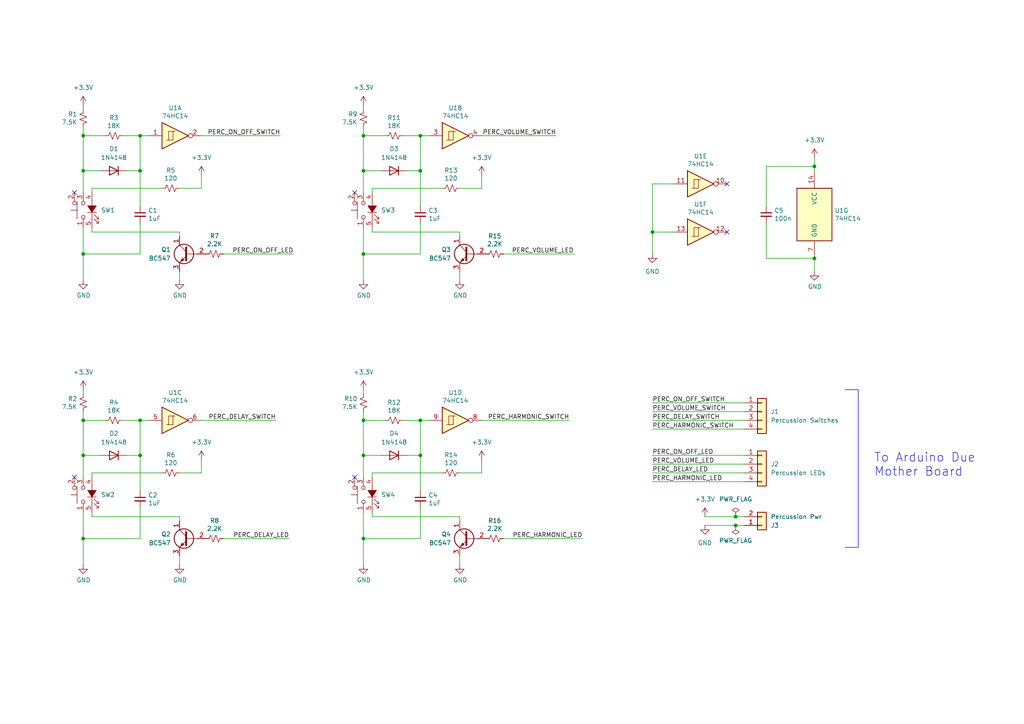
<source format=kicad_sch>
(kicad_sch (version 20250114) (generator "eeschema") (generator_version "9.0")
  (paper "A4")
  (title_block (title "Percussions Controls") (date "2025-07-31") (rev "1.0") (comment 1 "This board is to be connected to the mother board."))
  (lib_symbols
    (symbol "74xx:74HC14" (pin_names (offset 1.016))
      (property "Reference" "U" (at 0 1.27 0))
      (property "Value" "74HC14" (at 0 -1.27 0))
      (symbol "74HC14_1_0"
        (polyline (pts (xy -3.81 3.81) (xy -3.81 -3.81) (xy 3.81 0) (xy -3.81 3.81)) (stroke (width 0.254)) (fill (type background)))
        (pin input line (at -7.62 0 0) (length 3.81) (name "~") (number "1"))
        (pin output inverted (at 7.62 0 180) (length 3.81) (name "~") (number "2"))
      )
      (symbol "74HC14_1_1"
        (polyline (pts (xy -2.54 -1.27) (xy -0.635 -1.27) (xy -0.635 1.27) (xy 0 1.27)))
        (polyline (pts (xy -1.905 -1.27) (xy -1.905 1.27) (xy -0.635 1.27)))
      )
      (symbol "74HC14_2_0"
        (polyline (pts (xy -3.81 3.81) (xy -3.81 -3.81) (xy 3.81 0) (xy -3.81 3.81)) (stroke (width 0.254)) (fill (type background)))
        (pin input line (at -7.62 0 0) (length 3.81) (name "~") (number "3"))
        (pin output inverted (at 7.62 0 180) (length 3.81) (name "~") (number "4"))
      )
      (symbol "74HC14_2_1"
        (polyline (pts (xy -2.54 -1.27) (xy -0.635 -1.27) (xy -0.635 1.27) (xy 0 1.27)))
        (polyline (pts (xy -1.905 -1.27) (xy -1.905 1.27) (xy -0.635 1.27)))
      )
      (symbol "74HC14_3_0"
        (polyline (pts (xy -3.81 3.81) (xy -3.81 -3.81) (xy 3.81 0) (xy -3.81 3.81)) (stroke (width 0.254)) (fill (type background)))
        (pin input line (at -7.62 0 0) (length 3.81) (name "~") (number "5"))
        (pin output inverted (at 7.62 0 180) (length 3.81) (name "~") (number "6"))
      )
      (symbol "74HC14_3_1"
        (polyline (pts (xy -2.54 -1.27) (xy -0.635 -1.27) (xy -0.635 1.27) (xy 0 1.27)))
        (polyline (pts (xy -1.905 -1.27) (xy -1.905 1.27) (xy -0.635 1.27)))
      )
      (symbol "74HC14_4_0"
        (polyline (pts (xy -3.81 3.81) (xy -3.81 -3.81) (xy 3.81 0) (xy -3.81 3.81)) (stroke (width 0.254)) (fill (type background)))
        (pin input line (at -7.62 0 0) (length 3.81) (name "~") (number "9"))
        (pin output inverted (at 7.62 0 180) (length 3.81) (name "~") (number "8"))
      )
      (symbol "74HC14_4_1"
        (polyline (pts (xy -2.54 -1.27) (xy -0.635 -1.27) (xy -0.635 1.27) (xy 0 1.27)))
        (polyline (pts (xy -1.905 -1.27) (xy -1.905 1.27) (xy -0.635 1.27)))
      )
      (symbol "74HC14_5_0"
        (polyline (pts (xy -3.81 3.81) (xy -3.81 -3.81) (xy 3.81 0) (xy -3.81 3.81)) (stroke (width 0.254)) (fill (type background)))
        (pin input line (at -7.62 0 0) (length 3.81) (name "~") (number "11"))
        (pin output inverted (at 7.62 0 180) (length 3.81) (name "~") (number "10"))
      )
      (symbol "74HC14_5_1"
        (polyline (pts (xy -2.54 -1.27) (xy -0.635 -1.27) (xy -0.635 1.27) (xy 0 1.27)))
        (polyline (pts (xy -1.905 -1.27) (xy -1.905 1.27) (xy -0.635 1.27)))
      )
      (symbol "74HC14_6_0"
        (polyline (pts (xy -3.81 3.81) (xy -3.81 -3.81) (xy 3.81 0) (xy -3.81 3.81)) (stroke (width 0.254)) (fill (type background)))
        (pin input line (at -7.62 0 0) (length 3.81) (name "~") (number "13"))
        (pin output inverted (at 7.62 0 180) (length 3.81) (name "~") (number "12"))
      )
      (symbol "74HC14_6_1"
        (polyline (pts (xy -2.54 -1.27) (xy -0.635 -1.27) (xy -0.635 1.27) (xy 0 1.27)))
        (polyline (pts (xy -1.905 -1.27) (xy -1.905 1.27) (xy -0.635 1.27)))
      )
      (symbol "74HC14_7_0"
        (pin power_in line (at 0 12.7 270) (length 5.08) (name "VCC") (number "14"))
        (pin power_in line (at 0 -12.7 90) (length 5.08) (name "GND") (number "7"))
      )
      (symbol "74HC14_7_1"
        (rectangle (start -5.08 7.62) (end 5.08 -7.62) (stroke (width 0.254)) (fill (type background)))
      )
    )
    (symbol "B3_Switches_Library:E-SWITCH-SW_Push_LED" (pin_names (offset 1.016) (hide yes))
      (property "Reference" "SW" (at -3.556 6.604 0))
      (property "Value" "E-SWITCH-SW_Push_LED" (at 0 -3.175 0))
      (symbol "E-SWITCH-SW_Push_LED_0_0"
        (polyline (pts (xy -3.81 -1.27) (xy -3.81 -1.905) (xy -3.175 -1.905)))
        (polyline (pts (xy -3.81 -1.905) (xy -2.54 -0.635)))
        (polyline (pts (xy -2.54 0) (xy 2.54 0)))
        (polyline (pts (xy -2.54 -1.27) (xy -2.54 -1.905) (xy -1.905 -1.905)))
        (polyline (pts (xy -2.54 -1.905) (xy -1.27 -0.635)))
        (polyline (pts (xy -0.635 1.27) (xy -0.635 -1.27)))
        (polyline (pts (xy -0.635 0) (xy 1.27 1.27) (xy 1.27 -1.27) (xy -0.635 0)) (fill (type outline)))
      )
      (symbol "E-SWITCH-SW_Push_LED_0_1"
        (circle (center -2.032 2.54) (radius 0.508))
        (polyline (pts (xy 0 4.318) (xy 0 6.096)))
        (circle (center 2.032 5.08) (radius 0.508))
        (circle (center 2.032 2.54) (radius 0.508))
        (polyline (pts (xy 2.54 4.318) (xy -2.54 4.318)))
        (pin passive line (at -5.08 2.54 0) (length 2.54) (name "1") (number "1"))
        (pin passive line (at -5.08 0 0) (length 2.54) (name "K") (number "5"))
        (pin passive line (at 5.08 5.08 180) (length 2.54) (name "2") (number "2"))
        (pin passive line (at 5.08 2.54 180) (length 2.54) (name "3") (number "3"))
        (pin passive line (at 5.08 0 180) (length 2.54) (name "A") (number "4"))
      )
    )
    (symbol "Connector_Generic:Conn_01x02" (pin_names (offset 1.016) (hide yes))
      (property "Reference" "J" (at 0 2.54 0))
      (property "Value" "Conn_01x02" (at 0 -5.08 0))
      (symbol "Conn_01x02_1_1"
        (rectangle (start -1.27 1.27) (end 1.27 -3.81) (stroke (width 0.254)) (fill (type background)))
        (rectangle (start -1.27 0.127) (end 0 -0.127) (stroke (width 0.1524)))
        (rectangle (start -1.27 -2.413) (end 0 -2.667) (stroke (width 0.1524)))
        (pin passive line (at -5.08 0 0) (length 3.81) (name "Pin_1") (number "1"))
        (pin passive line (at -5.08 -2.54 0) (length 3.81) (name "Pin_2") (number "2"))
      )
    )
    (symbol "Connector_Generic:Conn_01x04" (pin_names (offset 1.016) (hide yes))
      (property "Reference" "J" (at 0 5.08 0))
      (property "Value" "Conn_01x04" (at 0 -7.62 0))
      (symbol "Conn_01x04_1_1"
        (rectangle (start -1.27 3.81) (end 1.27 -6.35) (stroke (width 0.254)) (fill (type background)))
        (rectangle (start -1.27 2.667) (end 0 2.413) (stroke (width 0.1524)))
        (rectangle (start -1.27 0.127) (end 0 -0.127) (stroke (width 0.1524)))
        (rectangle (start -1.27 -2.413) (end 0 -2.667) (stroke (width 0.1524)))
        (rectangle (start -1.27 -4.953) (end 0 -5.207) (stroke (width 0.1524)))
        (pin passive line (at -5.08 2.54 0) (length 3.81) (name "Pin_1") (number "1"))
        (pin passive line (at -5.08 0 0) (length 3.81) (name "Pin_2") (number "2"))
        (pin passive line (at -5.08 -2.54 0) (length 3.81) (name "Pin_3") (number "3"))
        (pin passive line (at -5.08 -5.08 0) (length 3.81) (name "Pin_4") (number "4"))
      )
    )
    (symbol "Device:C_Small" (pin_numbers (hide yes)) (pin_names (offset 0.254) (hide yes))
      (property "Reference" "C" (at 0.254 1.778 0))
      (property "Value" "C_Small" (at 0.254 -2.032 0))
      (symbol "C_Small_0_1"
        (polyline (pts (xy -1.524 0.508) (xy 1.524 0.508)) (stroke (width 0.3048)))
        (polyline (pts (xy -1.524 -0.508) (xy 1.524 -0.508)) (stroke (width 0.3302)))
      )
      (symbol "C_Small_1_1"
        (pin passive line (at 0 2.54 270) (length 2.032) (name "~") (number "1"))
        (pin passive line (at 0 -2.54 90) (length 2.032) (name "~") (number "2"))
      )
    )
    (symbol "Device:R_Small_US" (pin_numbers (hide yes)) (pin_names (offset 0.254) (hide yes))
      (property "Reference" "R" (at 0.762 0.508 0))
      (property "Value" "R_Small_US" (at 0.762 -1.016 0))
      (symbol "R_Small_US_1_1"
        (polyline (pts (xy 0 1.524) (xy 1.016 1.143) (xy 0 0.762) (xy -1.016 0.381) (xy 0 0)))
        (polyline (pts (xy 0 0) (xy 1.016 -0.381) (xy 0 -0.762) (xy -1.016 -1.143) (xy 0 -1.524)))
        (pin passive line (at 0 2.54 270) (length 1.016) (name "~") (number "1"))
        (pin passive line (at 0 -2.54 90) (length 1.016) (name "~") (number "2"))
      )
    )
    (symbol "Diode:1N4148" (pin_numbers (hide yes)) (pin_names (hide yes))
      (property "Reference" "D" (at 0 2.54 0))
      (property "Value" "1N4148" (at 0 -2.54 0))
      (symbol "1N4148_0_1"
        (polyline (pts (xy -1.27 1.27) (xy -1.27 -1.27)) (stroke (width 0.254)))
        (polyline (pts (xy 1.27 1.27) (xy 1.27 -1.27) (xy -1.27 0) (xy 1.27 1.27)) (stroke (width 0.254)))
        (polyline (pts (xy 1.27 0) (xy -1.27 0)))
      )
      (symbol "1N4148_1_1"
        (pin passive line (at -3.81 0 0) (length 2.54) (name "K") (number "1"))
        (pin passive line (at 3.81 0 180) (length 2.54) (name "A") (number "2"))
      )
    )
    (symbol "Transistor_BJT:BC547" (pin_names (offset 0) (hide yes))
      (property "Reference" "Q" (at 5.08 1.905 0))
      (property "Value" "BC547" (at 5.08 0 0))
      (symbol "BC547_0_1"
        (polyline (pts (xy -2.54 0) (xy 0.635 0)))
        (polyline (pts (xy 0.635 1.905) (xy 0.635 -1.905)) (stroke (width 0.508)))
        (circle (center 1.27 0) (radius 2.8194) (stroke (width 0.254)))
      )
      (symbol "BC547_1_1"
        (polyline (pts (xy 0.635 0.635) (xy 2.54 2.54)))
        (polyline (pts (xy 0.635 -0.635) (xy 2.54 -2.54)))
        (polyline (pts (xy 1.27 -1.778) (xy 1.778 -1.27) (xy 2.286 -2.286) (xy 1.27 -1.778)) (fill (type outline)))
        (pin input line (at -5.08 0 0) (length 2.54) (name "B") (number "2"))
        (pin passive line (at 2.54 5.08 270) (length 2.54) (name "C") (number "1"))
        (pin passive line (at 2.54 -5.08 90) (length 2.54) (name "E") (number "3"))
      )
    )
    (symbol "power:+3.3V" (power) (pin_numbers (hide yes)) (pin_names (offset 0) (hide yes))
      (property "Value" "+3.3V" (at 0 3.556 0))
      (symbol "+3.3V_0_1"
        (polyline (pts (xy -0.762 1.27) (xy 0 2.54)))
        (polyline (pts (xy 0 2.54) (xy 0.762 1.27)))
        (polyline (pts (xy 0 0) (xy 0 2.54)))
      )
      (symbol "+3.3V_1_1"
        (pin power_in line (at 0 0 90) (length 0) (name "~") (number "1"))
      )
    )
    (symbol "power:GND" (power) (pin_numbers (hide yes)) (pin_names (offset 0) (hide yes))
      (property "Value" "GND" (at 0 -3.81 0))
      (symbol "GND_0_1"
        (polyline (pts (xy 0 0) (xy 0 -1.27) (xy 1.27 -1.27) (xy 0 -2.54) (xy -1.27 -1.27) (xy 0 -1.27)))
      )
      (symbol "GND_1_1"
        (pin power_in line (at 0 0 270) (length 0) (name "~") (number "1"))
      )
    )
    (symbol "power:PWR_FLAG" (power) (pin_numbers (hide yes)) (pin_names (offset 0) (hide yes))
      (property "Value" "PWR_FLAG" (at 0 3.81 0))
      (symbol "PWR_FLAG_0_0"
        (pin power_out line (at 0 0 90) (length 0) (name "~") (number "1"))
      )
      (symbol "PWR_FLAG_0_1"
        (polyline (pts (xy 0 0) (xy 0 1.27) (xy -1.016 1.905) (xy 0 2.54) (xy 1.016 1.905) (xy 0 1.27)))
      )
    )
  )
  (text "To Arduino Due\nMother Board" (at 253.492 134.874 0) (effects (font (size 2.54 2.54)) (justify left)))
  (junction (at 24.13 156.21))
  (junction (at 213.36 149.86))
  (junction (at 40.64 49.53))
  (junction (at 189.23 67.31))
  (junction (at 24.13 73.66))
  (junction (at 213.36 152.4))
  (junction (at 40.64 132.08))
  (junction (at 40.64 121.92))
  (junction (at 105.41 39.37))
  (junction (at 105.41 121.92))
  (junction (at 24.13 39.37))
  (junction (at 121.92 121.92))
  (junction (at 105.41 49.53))
  (junction (at 24.13 49.53))
  (junction (at 105.41 156.21))
  (junction (at 24.13 121.92))
  (junction (at 121.92 39.37))
  (junction (at 236.22 74.93))
  (junction (at 40.64 39.37))
  (junction (at 24.13 132.08))
  (junction (at 105.41 132.08))
  (junction (at 121.92 49.53))
  (junction (at 121.92 132.08))
  (junction (at 236.22 48.26))
  (junction (at 105.41 73.66))
  (no_connect (at 102.87 55.88))
  (no_connect (at 210.82 67.31))
  (no_connect (at 102.87 138.43))
  (no_connect (at 210.82 53.34))
  (no_connect (at 21.59 138.43))
  (no_connect (at 21.59 55.88))
  (wire (pts (xy 107.95 66.04) (xy 107.95 67.31)))
  (wire (pts (xy 121.92 39.37) (xy 124.46 39.37)))
  (wire (pts (xy 133.35 54.61) (xy 139.7 54.61)))
  (wire (pts (xy 146.05 156.21) (xy 168.91 156.21)))
  (wire (pts (xy 105.41 156.21) (xy 121.92 156.21)))
  (wire (pts (xy 24.13 39.37) (xy 30.48 39.37)))
  (wire (pts (xy 222.25 48.26) (xy 236.22 48.26)))
  (wire (pts (xy 107.95 67.31) (xy 133.35 67.31)))
  (wire (pts (xy 24.13 119.38) (xy 24.13 121.92)))
  (wire (pts (xy 107.95 137.16) (xy 128.27 137.16)))
  (wire (pts (xy 121.92 132.08) (xy 121.92 142.24)))
  (wire (pts (xy 189.23 116.84) (xy 215.9 116.84)))
  (wire (pts (xy 105.41 39.37) (xy 105.41 49.53)))
  (wire (pts (xy 24.13 73.66) (xy 40.64 73.66)))
  (wire (pts (xy 24.13 30.48) (xy 24.13 31.75)))
  (wire (pts (xy 58.42 137.16) (xy 58.42 133.35)))
  (wire (pts (xy 40.64 147.32) (xy 40.64 156.21)))
  (wire (pts (xy 107.95 149.86) (xy 133.35 149.86)))
  (wire (pts (xy 24.13 73.66) (xy 24.13 81.28)))
  (polyline (pts (xy 245.11 113.03) (xy 248.92 113.03)))
  (wire (pts (xy 222.25 64.77) (xy 222.25 74.93)))
  (wire (pts (xy 222.25 74.93) (xy 236.22 74.93)))
  (wire (pts (xy 40.64 121.92) (xy 40.64 132.08)))
  (wire (pts (xy 139.7 121.92) (xy 165.1 121.92)))
  (wire (pts (xy 105.41 30.48) (xy 105.41 31.75)))
  (wire (pts (xy 24.13 66.04) (xy 24.13 73.66)))
  (wire (pts (xy 52.07 54.61) (xy 58.42 54.61)))
  (wire (pts (xy 24.13 132.08) (xy 29.21 132.08)))
  (wire (pts (xy 58.42 39.37) (xy 81.28 39.37)))
  (wire (pts (xy 121.92 49.53) (xy 121.92 59.69)))
  (wire (pts (xy 26.67 149.86) (xy 52.07 149.86)))
  (wire (pts (xy 107.95 138.43) (xy 107.95 137.16)))
  (wire (pts (xy 105.41 73.66) (xy 121.92 73.66)))
  (wire (pts (xy 58.42 121.92) (xy 80.01 121.92)))
  (wire (pts (xy 105.41 121.92) (xy 111.76 121.92)))
  (wire (pts (xy 116.84 121.92) (xy 121.92 121.92)))
  (wire (pts (xy 24.13 121.92) (xy 24.13 132.08)))
  (wire (pts (xy 52.07 149.86) (xy 52.07 151.13)))
  (wire (pts (xy 24.13 156.21) (xy 40.64 156.21)))
  (wire (pts (xy 189.23 137.16) (xy 215.9 137.16)))
  (wire (pts (xy 26.67 138.43) (xy 26.67 137.16)))
  (wire (pts (xy 35.56 39.37) (xy 40.64 39.37)))
  (wire (pts (xy 36.83 132.08) (xy 40.64 132.08)))
  (wire (pts (xy 24.13 156.21) (xy 24.13 163.83)))
  (wire (pts (xy 189.23 139.7) (xy 215.9 139.7)))
  (wire (pts (xy 52.07 137.16) (xy 58.42 137.16)))
  (wire (pts (xy 58.42 54.61) (xy 58.42 50.8)))
  (wire (pts (xy 222.25 48.26) (xy 222.25 59.69)))
  (wire (pts (xy 35.56 121.92) (xy 40.64 121.92)))
  (wire (pts (xy 105.41 39.37) (xy 111.76 39.37)))
  (wire (pts (xy 52.07 163.83) (xy 52.07 161.29)))
  (wire (pts (xy 236.22 74.93) (xy 236.22 78.74)))
  (wire (pts (xy 24.13 36.83) (xy 24.13 39.37)))
  (wire (pts (xy 189.23 132.08) (xy 215.9 132.08)))
  (wire (pts (xy 26.67 137.16) (xy 46.99 137.16)))
  (wire (pts (xy 105.41 49.53) (xy 105.41 55.88)))
  (wire (pts (xy 52.07 67.31) (xy 52.07 68.58)))
  (wire (pts (xy 24.13 49.53) (xy 24.13 55.88)))
  (wire (pts (xy 121.92 121.92) (xy 124.46 121.92)))
  (polyline (pts (xy 248.92 113.03) (xy 248.92 158.75)))
  (wire (pts (xy 189.23 67.31) (xy 195.58 67.31)))
  (wire (pts (xy 189.23 53.34) (xy 189.23 67.31)))
  (wire (pts (xy 26.67 66.04) (xy 26.67 67.31)))
  (wire (pts (xy 26.67 148.59) (xy 26.67 149.86)))
  (wire (pts (xy 189.23 53.34) (xy 195.58 53.34)))
  (wire (pts (xy 133.35 81.28) (xy 133.35 78.74)))
  (wire (pts (xy 139.7 39.37) (xy 161.29 39.37)))
  (wire (pts (xy 133.35 67.31) (xy 133.35 68.58)))
  (wire (pts (xy 105.41 73.66) (xy 105.41 81.28)))
  (wire (pts (xy 204.47 149.86) (xy 213.36 149.86)))
  (wire (pts (xy 40.64 64.77) (xy 40.64 73.66)))
  (wire (pts (xy 26.67 55.88) (xy 26.67 54.61)))
  (wire (pts (xy 40.64 49.53) (xy 40.64 59.69)))
  (wire (pts (xy 133.35 149.86) (xy 133.35 151.13)))
  (wire (pts (xy 26.67 54.61) (xy 46.99 54.61)))
  (wire (pts (xy 146.05 73.66) (xy 166.37 73.66)))
  (wire (pts (xy 133.35 137.16) (xy 139.7 137.16)))
  (wire (pts (xy 40.64 39.37) (xy 40.64 49.53)))
  (wire (pts (xy 121.92 64.77) (xy 121.92 73.66)))
  (wire (pts (xy 105.41 148.59) (xy 105.41 156.21)))
  (wire (pts (xy 189.23 121.92) (xy 215.9 121.92)))
  (wire (pts (xy 105.41 66.04) (xy 105.41 73.66)))
  (wire (pts (xy 189.23 67.31) (xy 189.23 73.66)))
  (wire (pts (xy 189.23 134.62) (xy 215.9 134.62)))
  (wire (pts (xy 121.92 39.37) (xy 121.92 49.53)))
  (wire (pts (xy 116.84 39.37) (xy 121.92 39.37)))
  (wire (pts (xy 105.41 132.08) (xy 105.41 138.43)))
  (wire (pts (xy 133.35 163.83) (xy 133.35 161.29)))
  (wire (pts (xy 204.47 152.4) (xy 213.36 152.4)))
  (wire (pts (xy 24.13 132.08) (xy 24.13 138.43)))
  (wire (pts (xy 105.41 132.08) (xy 110.49 132.08)))
  (wire (pts (xy 107.95 55.88) (xy 107.95 54.61)))
  (wire (pts (xy 26.67 67.31) (xy 52.07 67.31)))
  (wire (pts (xy 40.64 121.92) (xy 43.18 121.92)))
  (wire (pts (xy 236.22 48.26) (xy 236.22 49.53)))
  (wire (pts (xy 118.11 49.53) (xy 121.92 49.53)))
  (wire (pts (xy 236.22 48.26) (xy 236.22 45.72)))
  (wire (pts (xy 24.13 113.03) (xy 24.13 114.3)))
  (wire (pts (xy 121.92 121.92) (xy 121.92 132.08)))
  (wire (pts (xy 40.64 39.37) (xy 43.18 39.37)))
  (wire (pts (xy 40.64 132.08) (xy 40.64 142.24)))
  (wire (pts (xy 121.92 147.32) (xy 121.92 156.21)))
  (wire (pts (xy 24.13 121.92) (xy 30.48 121.92)))
  (wire (pts (xy 105.41 49.53) (xy 110.49 49.53)))
  (wire (pts (xy 36.83 49.53) (xy 40.64 49.53)))
  (wire (pts (xy 189.23 124.46) (xy 215.9 124.46)))
  (wire (pts (xy 139.7 137.16) (xy 139.7 133.35)))
  (wire (pts (xy 118.11 132.08) (xy 121.92 132.08)))
  (wire (pts (xy 107.95 148.59) (xy 107.95 149.86)))
  (wire (pts (xy 52.07 81.28) (xy 52.07 78.74)))
  (wire (pts (xy 24.13 39.37) (xy 24.13 49.53)))
  (wire (pts (xy 107.95 54.61) (xy 128.27 54.61)))
  (wire (pts (xy 105.41 121.92) (xy 105.41 132.08)))
  (wire (pts (xy 105.41 36.83) (xy 105.41 39.37)))
  (wire (pts (xy 64.77 156.21) (xy 83.82 156.21)))
  (wire (pts (xy 105.41 156.21) (xy 105.41 163.83)))
  (wire (pts (xy 189.23 119.38) (xy 215.9 119.38)))
  (wire (pts (xy 24.13 49.53) (xy 29.21 49.53)))
  (wire (pts (xy 105.41 119.38) (xy 105.41 121.92)))
  (wire (pts (xy 64.77 73.66) (xy 85.09 73.66)))
  (wire (pts (xy 213.36 149.86) (xy 215.9 149.86)))
  (polyline (pts (xy 245.11 158.75) (xy 248.92 158.75)))
  (wire (pts (xy 105.41 113.03) (xy 105.41 114.3)))
  (wire (pts (xy 213.36 152.4) (xy 215.9 152.4)))
  (wire (pts (xy 24.13 148.59) (xy 24.13 156.21)))
  (wire (pts (xy 139.7 54.61) (xy 139.7 50.8)))
  (label "PERC_DELAY_SWITCH" (at 189.23 121.92 0))
  (label "PERC_DELAY_LED" (at 189.23 137.16 0))
  (label "PERC_VOLUME_SWITCH" (at 161.29 39.37 180))
  (label "PERC_HARMONIC_LED" (at 168.91 156.21 180))
  (label "PERC_HARMONIC_LED" (at 189.23 139.7 0))
  (label "PERC_DELAY_SWITCH" (at 80.01 121.92 180))
  (label "PERC_HARMONIC_SWITCH" (at 165.1 121.92 180))
  (label "PERC_ON_OFF_SWITCH" (at 189.23 116.84 0))
  (label "PERC_ON_OFF_LED" (at 189.23 132.08 0))
  (label "PERC_HARMONIC_SWITCH" (at 189.23 124.46 0))
  (label "PERC_VOLUME_LED" (at 189.23 134.62 0))
  (label "PERC_DELAY_LED" (at 83.82 156.21 180))
  (label "PERC_VOLUME_SWITCH" (at 189.23 119.38 0))
  (label "PERC_ON_OFF_LED" (at 85.09 73.66 180))
  (label "PERC_VOLUME_LED" (at 166.37 73.66 180))
  (label "PERC_ON_OFF_SWITCH" (at 81.28 39.37 180))
  (symbol (lib_id "power:GND") (at 133.35 163.83 0) (unit 1)
    (property "Reference" "#PWR014" (effects (hide yes)))
    (property "Value" "GND" (at 133.477 168.2242 0))
    (property "Description" "Power symbol creates a global label with name \"GND\" , ground" (effects (hide yes)))
  )
  (symbol (lib_id "power:GND") (at 189.23 73.66 0) (unit 1)
    (property "Reference" "#PWR017" (effects (hide yes)))
    (property "Value" "GND" (at 189.23 78.74 0))
    (property "Description" "Power symbol creates a global label with name \"GND\" , ground" (effects (hide yes)))
  )
  (symbol (lib_id "power:+3.3V") (at 105.41 113.03 0) (unit 1)
    (property "Reference" "#PWR011" (effects (hide yes)))
    (property "Value" "+3.3V" (at 105.41 107.95 0))
    (property "Description" "Power symbol creates a global label with name \"+3.3V\"" (effects (hide yes)))
  )
  (symbol (lib_id "Transistor_BJT:BC547") (at 135.89 156.21 0) (mirror y) (unit 1)
    (property "Reference" "Q4" (at 130.81 154.9399 0) (effects (justify left)))
    (property "Value" "BC547" (at 130.81 157.4799 0) (effects (justify left)))
    (property "Footprint" "Package_TO_SOT_THT:TO-92_Inline" (effects (hide yes)))
    (property "Datasheet" "https://www.onsemi.com/pub/Collateral/BC550-D.pdf" (effects (hide yes)))
    (property "Description" "0.1A Ic, 45V Vce, Small Signal NPN Transistor, TO-92" (effects (hide yes)))
  )
  (symbol (lib_id "power:GND") (at 133.35 81.28 0) (unit 1)
    (property "Reference" "#PWR013" (effects (hide yes)))
    (property "Value" "GND" (at 133.477 85.6742 0))
    (property "Description" "Power symbol creates a global label with name \"GND\" , ground" (effects (hide yes)))
  )
  (symbol (lib_id "Device:R_Small_US") (at 105.41 34.29 0) (mirror y) (unit 1)
    (property "Reference" "R9" (at 103.6828 33.1216 0) (effects (justify left)))
    (property "Value" "7.5K" (at 103.6828 35.433 0) (effects (justify left)))
    (property "Footprint" "Resistor_SMD:R_1206_3216Metric_Pad1.30x1.75mm_HandSolder" (effects (hide yes)))
    (property "Description" "Resistor, small US symbol" (effects (hide yes)))
  )
  (symbol (lib_id "Device:R_Small_US") (at 24.13 34.29 0) (mirror y) (unit 1)
    (property "Reference" "R1" (at 22.4028 33.1216 0) (effects (justify left)))
    (property "Value" "7.5K" (at 22.4028 35.433 0) (effects (justify left)))
    (property "Footprint" "Resistor_SMD:R_1206_3216Metric_Pad1.30x1.75mm_HandSolder" (effects (hide yes)))
    (property "Description" "Resistor, small US symbol" (effects (hide yes)))
  )
  (symbol (lib_id "74xx:74HC14") (at 236.22 62.23 0) (unit 7)
    (property "Reference" "U1" (at 242.062 61.0616 0) (effects (justify left)))
    (property "Value" "74HC14" (at 242.062 63.373 0) (effects (justify left)))
    (property "Footprint" "Package_DIP:DIP-14_W7.62mm_LongPads" (effects (hide yes)))
    (property "Datasheet" "http://www.ti.com/lit/gpn/sn74HC14" (effects (hide yes)))
    (property "Description" "Hex inverter schmitt trigger" (effects (hide yes)))
  )
  (symbol (lib_id "Device:C_Small") (at 222.25 62.23 0) (unit 1)
    (property "Reference" "C5" (at 224.5868 61.0616 0) (effects (justify left)))
    (property "Value" "100n" (at 224.5868 63.373 0) (effects (justify left)))
    (property "Footprint" "Capacitor_SMD:C_1206_3216Metric_Pad1.33x1.80mm_HandSolder" (effects (hide yes)))
    (property "Description" "Unpolarized capacitor, small symbol" (effects (hide yes)))
  )
  (symbol (lib_id "Device:R_Small_US") (at 130.81 137.16 270) (unit 1)
    (property "Reference" "R14" (at 130.81 131.953 90))
    (property "Value" "120" (at 130.81 134.2644 90))
    (property "Footprint" "Resistor_SMD:R_1206_3216Metric_Pad1.30x1.75mm_HandSolder" (effects (hide yes)))
    (property "Description" "Resistor, small US symbol" (effects (hide yes)))
  )
  (symbol (lib_id "power:+3.3V") (at 139.7 133.35 0) (unit 1)
    (property "Reference" "#PWR08" (effects (hide yes)))
    (property "Value" "+3.3V" (at 139.7 128.27 0))
    (property "Description" "Power symbol creates a global label with name \"+3.3V\"" (effects (hide yes)))
  )
  (symbol (lib_id "Device:R_Small_US") (at 62.23 73.66 270) (unit 1)
    (property "Reference" "R7" (at 62.23 68.453 90))
    (property "Value" "2.2K" (at 62.23 70.7644 90))
    (property "Footprint" "Resistor_SMD:R_1206_3216Metric_Pad1.30x1.75mm_HandSolder" (effects (hide yes)))
    (property "Description" "Resistor, small US symbol" (effects (hide yes)))
  )
  (symbol (lib_id "Device:R_Small_US") (at 49.53 137.16 270) (unit 1)
    (property "Reference" "R6" (at 49.53 131.953 90))
    (property "Value" "120" (at 49.53 134.2644 90))
    (property "Footprint" "Resistor_SMD:R_1206_3216Metric_Pad1.30x1.75mm_HandSolder" (effects (hide yes)))
    (property "Description" "Resistor, small US symbol" (effects (hide yes)))
  )
  (symbol (lib_id "Connector_Generic:Conn_01x04") (at 220.98 119.38 0) (unit 1)
    (property "Reference" "J1" (at 223.52 119.3799 0) (effects (justify left)))
    (property "Value" "Percussion Switches" (at 223.52 121.9199 0) (effects (justify left)))
    (property "Footprint" "Connector_JST:JST_XH_B4B-XH-A_1x04_P2.50mm_Vertical" (effects (hide yes)))
    (property "Description" "Generic connector, single row, 01x04, script generated (kicad-library-utils/schlib/autogen/connector/)" (effects (hide yes)))
  )
  (symbol (lib_id "power:+3.3V") (at 236.22 45.72 0) (unit 1)
    (property "Reference" "#PWR020" (effects (hide yes)))
    (property "Value" "+3.3V" (at 236.22 40.64 0))
    (property "Description" "Power symbol creates a global label with name \"+3.3V\"" (effects (hide yes)))
  )
  (symbol (lib_id "Transistor_BJT:BC547") (at 54.61 156.21 0) (mirror y) (unit 1)
    (property "Reference" "Q2" (at 49.53 154.9399 0) (effects (justify left)))
    (property "Value" "BC547" (at 49.53 157.4799 0) (effects (justify left)))
    (property "Footprint" "Package_TO_SOT_THT:TO-92_Inline" (effects (hide yes)))
    (property "Datasheet" "https://www.onsemi.com/pub/Collateral/BC550-D.pdf" (effects (hide yes)))
    (property "Description" "0.1A Ic, 45V Vce, Small Signal NPN Transistor, TO-92" (effects (hide yes)))
  )
  (symbol (lib_id "power:PWR_FLAG") (at 213.36 149.86 0) (unit 1)
    (property "Reference" "#FLG01" (effects (hide yes)))
    (property "Value" "PWR_FLAG" (at 213.36 144.78 0))
    (property "Description" "Special symbol for telling ERC where power comes from" (effects (hide yes)))
  )
  (symbol (lib_id "Diode:1N4148") (at 33.02 49.53 0) (mirror y) (unit 1)
    (property "Reference" "D1" (at 33.02 43.18 0))
    (property "Value" "1N4148" (at 33.02 45.72 0))
    (property "Footprint" "Diode_THT:D_DO-35_SOD27_P7.62mm_Horizontal" (effects (hide yes)))
    (property "Datasheet" "https://assets.nexperia.com/documents/data-sheet/1N4148_1N4448.pdf" (effects (hide yes)))
    (property "Description" "100V 0.15A standard switching diode, DO-35" (effects (hide yes)))
    (property "Sim.Device" "D" (effects (hide yes)))
    (property "Sim.Pins" "1=K 2=A" (effects (hide yes)))
  )
  (symbol (lib_id "B3_Switches_Library:E-SWITCH-SW_Push_LED") (at 107.95 143.51 90) (unit 1)
    (property "Reference" "SW4" (at 110.5408 143.51 90) (effects (justify right)))
    (property "Value" "E-SWITCH-SW_Push_LED" (effects (hide yes)))
    (property "Footprint" "b3_footprints:5511MBLKRED" (effects (hide yes)))
    (property "Description" "Push button switch with LED, generic" (effects (hide yes)))
  )
  (symbol (lib_id "power:GND") (at 236.22 78.74 0) (unit 1)
    (property "Reference" "#PWR021" (effects (hide yes)))
    (property "Value" "GND" (at 236.347 83.1342 0))
    (property "Description" "Power symbol creates a global label with name \"GND\" , ground" (effects (hide yes)))
  )
  (symbol (lib_id "power:+3.3V") (at 24.13 113.03 0) (unit 1)
    (property "Reference" "#PWR03" (effects (hide yes)))
    (property "Value" "+3.3V" (at 24.13 107.95 0))
    (property "Description" "Power symbol creates a global label with name \"+3.3V\"" (effects (hide yes)))
  )
  (symbol (lib_id "power:+3.3V") (at 139.7 50.8 0) (unit 1)
    (property "Reference" "#PWR015" (effects (hide yes)))
    (property "Value" "+3.3V" (at 139.7 45.72 0))
    (property "Description" "Power symbol creates a global label with name \"+3.3V\"" (effects (hide yes)))
  )
  (symbol (lib_id "74xx:74HC14") (at 50.8 39.37 0) (unit 1)
    (property "Reference" "U1" (at 50.8 31.3182 0))
    (property "Value" "74HC14" (at 50.8 33.6296 0))
    (property "Footprint" "Package_DIP:DIP-14_W7.62mm_LongPads" (effects (hide yes)))
    (property "Datasheet" "http://www.ti.com/lit/gpn/sn74HC14" (effects (hide yes)))
    (property "Description" "Hex inverter schmitt trigger" (effects (hide yes)))
  )
  (symbol (lib_id "Device:R_Small_US") (at 114.3 39.37 270) (unit 1)
    (property "Reference" "R11" (at 114.3 34.163 90))
    (property "Value" "18K" (at 114.3 36.4744 90))
    (property "Footprint" "Resistor_SMD:R_1206_3216Metric_Pad1.30x1.75mm_HandSolder" (effects (hide yes)))
    (property "Description" "Resistor, small US symbol" (effects (hide yes)))
  )
  (symbol (lib_id "power:GND") (at 24.13 163.83 0) (unit 1)
    (property "Reference" "#PWR04" (effects (hide yes)))
    (property "Value" "GND" (at 24.257 168.2242 0))
    (property "Description" "Power symbol creates a global label with name \"GND\" , ground" (effects (hide yes)))
  )
  (symbol (lib_id "power:GND") (at 105.41 81.28 0) (unit 1)
    (property "Reference" "#PWR010" (effects (hide yes)))
    (property "Value" "GND" (at 105.537 85.6742 0))
    (property "Description" "Power symbol creates a global label with name \"GND\" , ground" (effects (hide yes)))
  )
  (symbol (lib_id "power:+3.3V") (at 58.42 50.8 0) (unit 1)
    (property "Reference" "#PWR016" (effects (hide yes)))
    (property "Value" "+3.3V" (at 58.42 45.72 0))
    (property "Description" "Power symbol creates a global label with name \"+3.3V\"" (effects (hide yes)))
  )
  (symbol (lib_id "Device:R_Small_US") (at 143.51 156.21 270) (unit 1)
    (property "Reference" "R16" (at 143.51 151.003 90))
    (property "Value" "2.2K" (at 143.51 153.3144 90))
    (property "Footprint" "Resistor_SMD:R_1206_3216Metric_Pad1.30x1.75mm_HandSolder" (effects (hide yes)))
    (property "Description" "Resistor, small US symbol" (effects (hide yes)))
  )
  (symbol (lib_id "B3_Switches_Library:E-SWITCH-SW_Push_LED") (at 26.67 60.96 90) (unit 1)
    (property "Reference" "SW1" (at 29.2608 60.96 90) (effects (justify right)))
    (property "Value" "E-SWITCH-SW_Push_LED" (effects (hide yes)))
    (property "Footprint" "b3_footprints:5511MBLKRED" (effects (hide yes)))
    (property "Description" "Push button switch with LED, generic" (effects (hide yes)))
  )
  (symbol (lib_id "Device:R_Small_US") (at 33.02 39.37 270) (unit 1)
    (property "Reference" "R3" (at 33.02 34.163 90))
    (property "Value" "18K" (at 33.02 36.4744 90))
    (property "Footprint" "Resistor_SMD:R_1206_3216Metric_Pad1.30x1.75mm_HandSolder" (effects (hide yes)))
    (property "Description" "Resistor, small US symbol" (effects (hide yes)))
  )
  (symbol (lib_id "Device:C_Small") (at 121.92 144.78 0) (unit 1)
    (property "Reference" "C4" (at 124.2568 143.6116 0) (effects (justify left)))
    (property "Value" "1uF" (at 124.2568 145.923 0) (effects (justify left)))
    (property "Footprint" "Capacitor_SMD:C_1206_3216Metric_Pad1.33x1.80mm_HandSolder" (effects (hide yes)))
    (property "Description" "Unpolarized capacitor, small symbol" (effects (hide yes)))
  )
  (symbol (lib_id "Connector_Generic:Conn_01x04") (at 220.98 134.62 0) (unit 1)
    (property "Reference" "J2" (at 223.52 134.6199 0) (effects (justify left)))
    (property "Value" "Percussion LEDs" (at 223.52 137.1599 0) (effects (justify left)))
    (property "Footprint" "Connector_JST:JST_XH_B4B-XH-A_1x04_P2.50mm_Vertical" (effects (hide yes)))
    (property "Description" "Generic connector, single row, 01x04, script generated (kicad-library-utils/schlib/autogen/connector/)" (effects (hide yes)))
  )
  (symbol (lib_id "Connector_Generic:Conn_01x02") (at 220.98 152.4 0) (mirror x) (unit 1)
    (property "Reference" "J3" (at 223.52 152.4001 0) (effects (justify left)))
    (property "Value" "Percussion Pwr" (at 223.52 149.8601 0) (effects (justify left)))
    (property "Footprint" "Connector_JST:JST_XH_B2B-XH-A_1x02_P2.50mm_Vertical" (effects (hide yes)))
    (property "Description" "Generic connector, single row, 01x02, script generated (kicad-library-utils/schlib/autogen/connector/)" (effects (hide yes)))
  )
  (symbol (lib_id "power:+3.3V") (at 204.47 149.86 0) (unit 1)
    (property "Reference" "#PWR018" (effects (hide yes)))
    (property "Value" "+3.3V" (at 204.47 144.78 0))
    (property "Description" "Power symbol creates a global label with name \"+3.3V\"" (effects (hide yes)))
  )
  (symbol (lib_id "Transistor_BJT:BC547") (at 135.89 73.66 0) (mirror y) (unit 1)
    (property "Reference" "Q3" (at 130.81 72.3899 0) (effects (justify left)))
    (property "Value" "BC547" (at 130.81 74.9299 0) (effects (justify left)))
    (property "Footprint" "Package_TO_SOT_THT:TO-92_Inline" (effects (hide yes)))
    (property "Datasheet" "https://www.onsemi.com/pub/Collateral/BC550-D.pdf" (effects (hide yes)))
    (property "Description" "0.1A Ic, 45V Vce, Small Signal NPN Transistor, TO-92" (effects (hide yes)))
  )
  (symbol (lib_id "power:GND") (at 204.47 152.4 0) (unit 1)
    (property "Reference" "#PWR019" (effects (hide yes)))
    (property "Value" "GND" (at 204.47 157.48 0))
    (property "Description" "Power symbol creates a global label with name \"GND\" , ground" (effects (hide yes)))
  )
  (symbol (lib_id "Device:R_Small_US") (at 114.3 121.92 270) (unit 1)
    (property "Reference" "R12" (at 114.3 116.713 90))
    (property "Value" "18K" (at 114.3 119.0244 90))
    (property "Footprint" "Resistor_SMD:R_1206_3216Metric_Pad1.30x1.75mm_HandSolder" (effects (hide yes)))
    (property "Description" "Resistor, small US symbol" (effects (hide yes)))
  )
  (symbol (lib_id "Transistor_BJT:BC547") (at 54.61 73.66 0) (mirror y) (unit 1)
    (property "Reference" "Q1" (at 49.53 72.3899 0) (effects (justify left)))
    (property "Value" "BC547" (at 49.53 74.9299 0) (effects (justify left)))
    (property "Footprint" "Package_TO_SOT_THT:TO-92_Inline" (effects (hide yes)))
    (property "Datasheet" "https://www.onsemi.com/pub/Collateral/BC550-D.pdf" (effects (hide yes)))
    (property "Description" "0.1A Ic, 45V Vce, Small Signal NPN Transistor, TO-92" (effects (hide yes)))
  )
  (symbol (lib_id "Diode:1N4148") (at 33.02 132.08 0) (mirror y) (unit 1)
    (property "Reference" "D2" (at 33.02 125.73 0))
    (property "Value" "1N4148" (at 33.02 128.27 0))
    (property "Footprint" "Diode_THT:D_DO-35_SOD27_P7.62mm_Horizontal" (effects (hide yes)))
    (property "Datasheet" "https://assets.nexperia.com/documents/data-sheet/1N4148_1N4448.pdf" (effects (hide yes)))
    (property "Description" "100V 0.15A standard switching diode, DO-35" (effects (hide yes)))
    (property "Sim.Device" "D" (effects (hide yes)))
    (property "Sim.Pins" "1=K 2=A" (effects (hide yes)))
  )
  (symbol (lib_id "power:+3.3V") (at 105.41 30.48 0) (unit 1)
    (property "Reference" "#PWR09" (effects (hide yes)))
    (property "Value" "+3.3V" (at 105.41 25.4 0))
    (property "Description" "Power symbol creates a global label with name \"+3.3V\"" (effects (hide yes)))
  )
  (symbol (lib_id "74xx:74HC14") (at 132.08 121.92 0) (unit 4)
    (property "Reference" "U1" (at 132.08 113.8682 0))
    (property "Value" "74HC14" (at 132.08 116.1796 0))
    (property "Footprint" "Package_DIP:DIP-14_W7.62mm_LongPads" (effects (hide yes)))
    (property "Datasheet" "http://www.ti.com/lit/gpn/sn74HC14" (effects (hide yes)))
    (property "Description" "Hex inverter schmitt trigger" (effects (hide yes)))
  )
  (symbol (lib_id "power:+3.3V") (at 24.13 30.48 0) (unit 1)
    (property "Reference" "#PWR01" (effects (hide yes)))
    (property "Value" "+3.3V" (at 24.13 25.4 0))
    (property "Description" "Power symbol creates a global label with name \"+3.3V\"" (effects (hide yes)))
  )
  (symbol (lib_id "Diode:1N4148") (at 114.3 132.08 0) (mirror y) (unit 1)
    (property "Reference" "D4" (at 114.3 125.73 0))
    (property "Value" "1N4148" (at 114.3 128.27 0))
    (property "Footprint" "Diode_THT:D_DO-35_SOD27_P7.62mm_Horizontal" (effects (hide yes)))
    (property "Datasheet" "https://assets.nexperia.com/documents/data-sheet/1N4148_1N4448.pdf" (effects (hide yes)))
    (property "Description" "100V 0.15A standard switching diode, DO-35" (effects (hide yes)))
    (property "Sim.Device" "D" (effects (hide yes)))
    (property "Sim.Pins" "1=K 2=A" (effects (hide yes)))
  )
  (symbol (lib_id "Device:C_Small") (at 121.92 62.23 0) (unit 1)
    (property "Reference" "C3" (at 124.2568 61.0616 0) (effects (justify left)))
    (property "Value" "1uF" (at 124.2568 63.373 0) (effects (justify left)))
    (property "Footprint" "Capacitor_SMD:C_1206_3216Metric_Pad1.33x1.80mm_HandSolder" (effects (hide yes)))
    (property "Description" "Unpolarized capacitor, small symbol" (effects (hide yes)))
  )
  (symbol (lib_id "Device:C_Small") (at 40.64 62.23 0) (unit 1)
    (property "Reference" "C1" (at 42.9768 61.0616 0) (effects (justify left)))
    (property "Value" "1uF" (at 42.9768 63.373 0) (effects (justify left)))
    (property "Footprint" "Capacitor_SMD:C_1206_3216Metric_Pad1.33x1.80mm_HandSolder" (effects (hide yes)))
    (property "Description" "Unpolarized capacitor, small symbol" (effects (hide yes)))
  )
  (symbol (lib_id "power:+3.3V") (at 58.42 133.35 0) (unit 1)
    (property "Reference" "#PWR07" (effects (hide yes)))
    (property "Value" "+3.3V" (at 58.42 128.27 0))
    (property "Description" "Power symbol creates a global label with name \"+3.3V\"" (effects (hide yes)))
  )
  (symbol (lib_id "power:GND") (at 105.41 163.83 0) (unit 1)
    (property "Reference" "#PWR012" (effects (hide yes)))
    (property "Value" "GND" (at 105.537 168.2242 0))
    (property "Description" "Power symbol creates a global label with name \"GND\" , ground" (effects (hide yes)))
  )
  (symbol (lib_id "Device:R_Small_US") (at 105.41 116.84 0) (mirror y) (unit 1)
    (property "Reference" "R10" (at 103.6828 115.6716 0) (effects (justify left)))
    (property "Value" "7.5K" (at 103.6828 117.983 0) (effects (justify left)))
    (property "Footprint" "Resistor_SMD:R_1206_3216Metric_Pad1.30x1.75mm_HandSolder" (effects (hide yes)))
    (property "Description" "Resistor, small US symbol" (effects (hide yes)))
  )
  (symbol (lib_id "Diode:1N4148") (at 114.3 49.53 0) (mirror y) (unit 1)
    (property "Reference" "D3" (at 114.3 43.18 0))
    (property "Value" "1N4148" (at 114.3 45.72 0))
    (property "Footprint" "Diode_THT:D_DO-35_SOD27_P7.62mm_Horizontal" (effects (hide yes)))
    (property "Datasheet" "https://assets.nexperia.com/documents/data-sheet/1N4148_1N4448.pdf" (effects (hide yes)))
    (property "Description" "100V 0.15A standard switching diode, DO-35" (effects (hide yes)))
    (property "Sim.Device" "D" (effects (hide yes)))
    (property "Sim.Pins" "1=K 2=A" (effects (hide yes)))
  )
  (symbol (lib_id "B3_Switches_Library:E-SWITCH-SW_Push_LED") (at 107.95 60.96 90) (unit 1)
    (property "Reference" "SW3" (at 110.5408 60.96 90) (effects (justify right)))
    (property "Value" "E-SWITCH-SW_Push_LED" (effects (hide yes)))
    (property "Footprint" "b3_footprints:5511MBLKRED" (effects (hide yes)))
    (property "Description" "Push button switch with LED, generic" (effects (hide yes)))
  )
  (symbol (lib_id "Device:R_Small_US") (at 33.02 121.92 270) (unit 1)
    (property "Reference" "R4" (at 33.02 116.713 90))
    (property "Value" "18K" (at 33.02 119.0244 90))
    (property "Footprint" "Resistor_SMD:R_1206_3216Metric_Pad1.30x1.75mm_HandSolder" (effects (hide yes)))
    (property "Description" "Resistor, small US symbol" (effects (hide yes)))
  )
  (symbol (lib_id "Device:R_Small_US") (at 130.81 54.61 270) (unit 1)
    (property "Reference" "R13" (at 130.81 49.403 90))
    (property "Value" "120" (at 130.81 51.7144 90))
    (property "Footprint" "Resistor_SMD:R_1206_3216Metric_Pad1.30x1.75mm_HandSolder" (effects (hide yes)))
    (property "Description" "Resistor, small US symbol" (effects (hide yes)))
  )
  (symbol (lib_id "power:PWR_FLAG") (at 213.36 152.4 0) (mirror x) (unit 1)
    (property "Reference" "#FLG02" (effects (hide yes)))
    (property "Value" "PWR_FLAG" (at 213.36 156.7942 0))
    (property "Description" "Special symbol for telling ERC where power comes from" (effects (hide yes)))
  )
  (symbol (lib_id "74xx:74HC14") (at 132.08 39.37 0) (unit 2)
    (property "Reference" "U1" (at 132.08 31.3182 0))
    (property "Value" "74HC14" (at 132.08 33.6296 0))
    (property "Footprint" "Package_DIP:DIP-14_W7.62mm_LongPads" (effects (hide yes)))
    (property "Datasheet" "http://www.ti.com/lit/gpn/sn74HC14" (effects (hide yes)))
    (property "Description" "Hex inverter schmitt trigger" (effects (hide yes)))
  )
  (symbol (lib_id "power:GND") (at 52.07 81.28 0) (unit 1)
    (property "Reference" "#PWR05" (effects (hide yes)))
    (property "Value" "GND" (at 52.197 85.6742 0))
    (property "Description" "Power symbol creates a global label with name \"GND\" , ground" (effects (hide yes)))
  )
  (symbol (lib_id "Device:R_Small_US") (at 24.13 116.84 0) (mirror y) (unit 1)
    (property "Reference" "R2" (at 22.4028 115.6716 0) (effects (justify left)))
    (property "Value" "7.5K" (at 22.4028 117.983 0) (effects (justify left)))
    (property "Footprint" "Resistor_SMD:R_1206_3216Metric_Pad1.30x1.75mm_HandSolder" (effects (hide yes)))
    (property "Description" "Resistor, small US symbol" (effects (hide yes)))
  )
  (symbol (lib_id "74xx:74HC14") (at 203.2 53.34 0) (unit 5)
    (property "Reference" "U1" (at 203.2 45.2882 0))
    (property "Value" "74HC14" (at 203.2 47.5996 0))
    (property "Footprint" "Package_DIP:DIP-14_W7.62mm_LongPads" (effects (hide yes)))
    (property "Datasheet" "http://www.ti.com/lit/gpn/sn74HC14" (effects (hide yes)))
    (property "Description" "Hex inverter schmitt trigger" (effects (hide yes)))
  )
  (symbol (lib_id "Device:R_Small_US") (at 49.53 54.61 270) (unit 1)
    (property "Reference" "R5" (at 49.53 49.403 90))
    (property "Value" "120" (at 49.53 51.7144 90))
    (property "Footprint" "Resistor_SMD:R_1206_3216Metric_Pad1.30x1.75mm_HandSolder" (effects (hide yes)))
    (property "Description" "Resistor, small US symbol" (effects (hide yes)))
  )
  (symbol (lib_id "B3_Switches_Library:E-SWITCH-SW_Push_LED") (at 26.67 143.51 90) (unit 1)
    (property "Reference" "SW2" (at 29.2608 143.51 90) (effects (justify right)))
    (property "Value" "E-SWITCH-SW_Push_LED" (effects (hide yes)))
    (property "Footprint" "b3_footprints:5511MBLKRED" (effects (hide yes)))
    (property "Description" "Push button switch with LED, generic" (effects (hide yes)))
  )
  (symbol (lib_id "Device:C_Small") (at 40.64 144.78 0) (unit 1)
    (property "Reference" "C2" (at 42.9768 143.6116 0) (effects (justify left)))
    (property "Value" "1uF" (at 42.9768 145.923 0) (effects (justify left)))
    (property "Footprint" "Capacitor_SMD:C_1206_3216Metric_Pad1.33x1.80mm_HandSolder" (effects (hide yes)))
    (property "Description" "Unpolarized capacitor, small symbol" (effects (hide yes)))
  )
  (symbol (lib_id "74xx:74HC14") (at 203.2 67.31 0) (unit 6)
    (property "Reference" "U1" (at 203.2 59.2582 0))
    (property "Value" "74HC14" (at 203.2 61.5696 0))
    (property "Footprint" "Package_DIP:DIP-14_W7.62mm_LongPads" (effects (hide yes)))
    (property "Datasheet" "http://www.ti.com/lit/gpn/sn74HC14" (effects (hide yes)))
    (property "Description" "Hex inverter schmitt trigger" (effects (hide yes)))
  )
  (symbol (lib_id "Device:R_Small_US") (at 62.23 156.21 270) (unit 1)
    (property "Reference" "R8" (at 62.23 151.003 90))
    (property "Value" "2.2K" (at 62.23 153.3144 90))
    (property "Footprint" "Resistor_SMD:R_1206_3216Metric_Pad1.30x1.75mm_HandSolder" (effects (hide yes)))
    (property "Description" "Resistor, small US symbol" (effects (hide yes)))
  )
  (symbol (lib_id "74xx:74HC14") (at 50.8 121.92 0) (unit 3)
    (property "Reference" "U1" (at 50.8 113.8682 0))
    (property "Value" "74HC14" (at 50.8 116.1796 0))
    (property "Footprint" "Package_DIP:DIP-14_W7.62mm_LongPads" (effects (hide yes)))
    (property "Datasheet" "http://www.ti.com/lit/gpn/sn74HC14" (effects (hide yes)))
    (property "Description" "Hex inverter schmitt trigger" (effects (hide yes)))
  )
  (symbol (lib_id "power:GND") (at 52.07 163.83 0) (unit 1)
    (property "Reference" "#PWR06" (effects (hide yes)))
    (property "Value" "GND" (at 52.197 168.2242 0))
    (property "Description" "Power symbol creates a global label with name \"GND\" , ground" (effects (hide yes)))
  )
  (symbol (lib_id "power:GND") (at 24.13 81.28 0) (unit 1)
    (property "Reference" "#PWR02" (effects (hide yes)))
    (property "Value" "GND" (at 24.257 85.6742 0))
    (property "Description" "Power symbol creates a global label with name \"GND\" , ground" (effects (hide yes)))
  )
  (symbol (lib_id "Device:R_Small_US") (at 143.51 73.66 270) (unit 1)
    (property "Reference" "R15" (at 143.51 68.453 90))
    (property "Value" "2.2K" (at 143.51 70.7644 90))
    (property "Footprint" "Resistor_SMD:R_1206_3216Metric_Pad1.30x1.75mm_HandSolder" (effects (hide yes)))
    (property "Description" "Resistor, small US symbol" (effects (hide yes)))
  )
)
</source>
